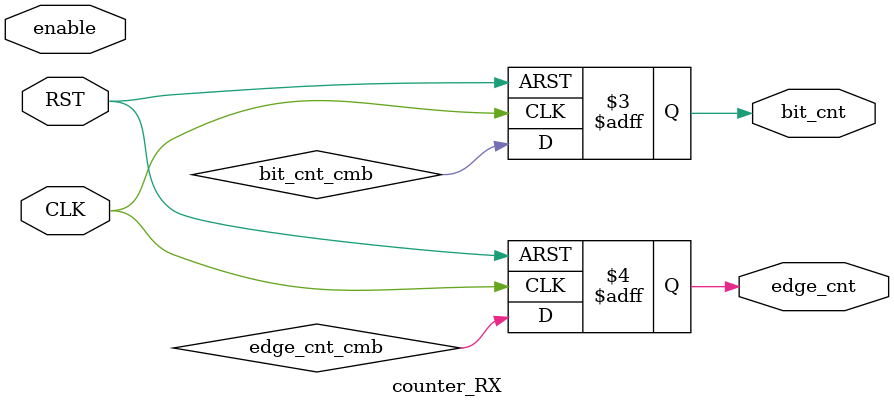
<source format=v>
module counter_RX (
  
  input CLK,
  input RST,
  input enable,
  output bit_cnt,
  output edge_cnt
  
   );
   
//internal sigals

reg     bit_cnt_cmb;
reg     edge_cnt_cmb;

always @ (posedge CLK or posedge RST)
begin
  if(RST)
    begin
      bit_cnt<=0;
      edge_cnt<=0;
    end
  else
    begin
      edge_cnt<=edge_cnt_cmb;
      bit_cnt<=bit_cnt_cmb;
    end
 end
 
 
always @ (*)
begin    



end    

endmodule
</source>
